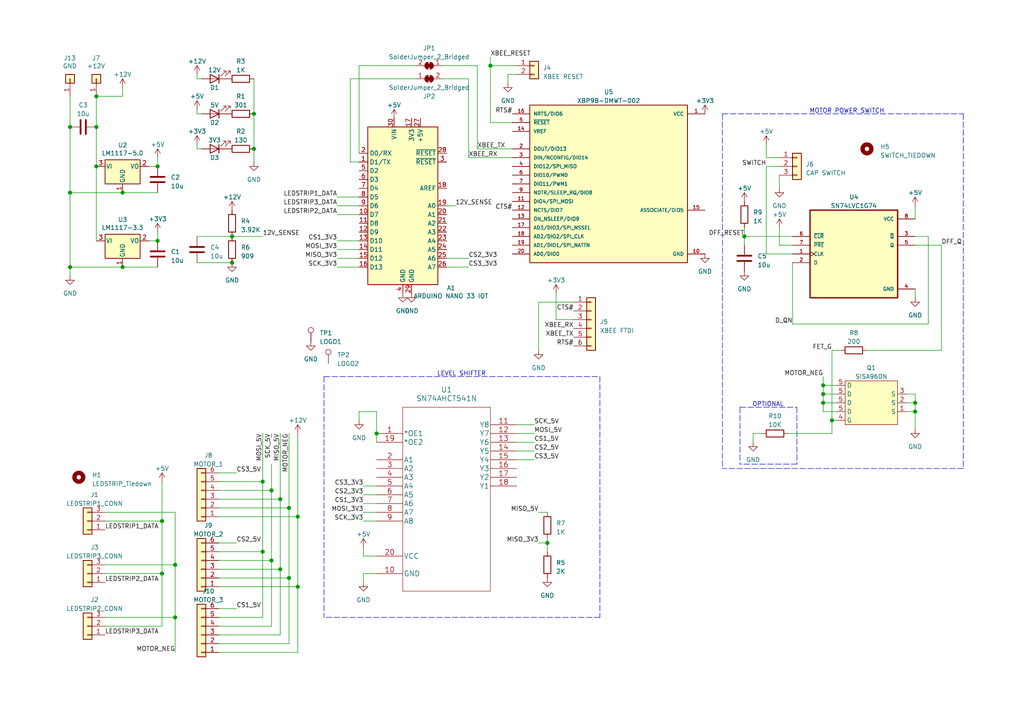
<source format=kicad_sch>
(kicad_sch (version 20210406) (generator eeschema)
  (paper "A4")
  (lib_symbols
    (symbol "Connector:TestPoint" (pin_numbers hide) (pin_names (offset 0.762) hide)
      (property "Reference" "TP" (at 0 6.858 0))
      (property "Value" "TestPoint" (at 0 5.08 0))
      (symbol "TestPoint_0_1"
        (circle (center 0 3.302) (radius 0.762))
      )
      (symbol "TestPoint_1_1"
        (pin passive line (at 0 0 90) (length 2.54) (name "1") (number "1"))
      )
    )
    (symbol "Connector_Generic:Conn_01x01" (pin_names (offset 1.016) hide)
      (property "Reference" "J" (at 0 2.54 0))
      (property "Value" "Conn_01x01" (at 0 -2.54 0))
      (symbol "Conn_01x01_1_1"
        (rectangle (start -1.27 0.127) (end 0 -0.127) (stroke (width 0.1524)))
        (rectangle (start -1.27 1.27) (end 1.27 -1.27) (stroke (width 0.254)) (fill (type background)))
        (pin passive line (at -5.08 0 0) (length 3.81) (name "Pin_1") (number "1"))
      )
    )
    (symbol "Connector_Generic:Conn_01x02" (pin_names (offset 1.016) hide)
      (property "Reference" "J" (at 0 2.54 0))
      (property "Value" "Conn_01x02" (at 0 -5.08 0))
      (symbol "Conn_01x02_1_1"
        (rectangle (start -1.27 -2.413) (end 0 -2.667) (stroke (width 0.1524)))
        (rectangle (start -1.27 0.127) (end 0 -0.127) (stroke (width 0.1524)))
        (rectangle (start -1.27 1.27) (end 1.27 -3.81) (stroke (width 0.254)) (fill (type background)))
        (pin passive line (at -5.08 0 0) (length 3.81) (name "Pin_1") (number "1"))
        (pin passive line (at -5.08 -2.54 0) (length 3.81) (name "Pin_2") (number "2"))
      )
    )
    (symbol "Connector_Generic:Conn_01x03" (pin_names (offset 1.016) hide)
      (property "Reference" "J" (at 0 5.08 0))
      (property "Value" "Conn_01x03" (at 0 -5.08 0))
      (symbol "Conn_01x03_1_1"
        (rectangle (start -1.27 -2.413) (end 0 -2.667) (stroke (width 0.1524)))
        (rectangle (start -1.27 0.127) (end 0 -0.127) (stroke (width 0.1524)))
        (rectangle (start -1.27 2.667) (end 0 2.413) (stroke (width 0.1524)))
        (rectangle (start -1.27 3.81) (end 1.27 -3.81) (stroke (width 0.254)) (fill (type background)))
        (pin passive line (at -5.08 2.54 0) (length 3.81) (name "Pin_1") (number "1"))
        (pin passive line (at -5.08 0 0) (length 3.81) (name "Pin_2") (number "2"))
        (pin passive line (at -5.08 -2.54 0) (length 3.81) (name "Pin_3") (number "3"))
      )
    )
    (symbol "Connector_Generic:Conn_01x06" (pin_names (offset 1.016) hide)
      (property "Reference" "J" (at 0 7.62 0))
      (property "Value" "Conn_01x06" (at 0 -10.16 0))
      (symbol "Conn_01x06_1_1"
        (rectangle (start -1.27 -7.493) (end 0 -7.747) (stroke (width 0.1524)))
        (rectangle (start -1.27 -4.953) (end 0 -5.207) (stroke (width 0.1524)))
        (rectangle (start -1.27 -2.413) (end 0 -2.667) (stroke (width 0.1524)))
        (rectangle (start -1.27 0.127) (end 0 -0.127) (stroke (width 0.1524)))
        (rectangle (start -1.27 2.667) (end 0 2.413) (stroke (width 0.1524)))
        (rectangle (start -1.27 5.207) (end 0 4.953) (stroke (width 0.1524)))
        (rectangle (start -1.27 6.35) (end 1.27 -8.89) (stroke (width 0.254)) (fill (type background)))
        (pin passive line (at -5.08 5.08 0) (length 3.81) (name "Pin_1") (number "1"))
        (pin passive line (at -5.08 2.54 0) (length 3.81) (name "Pin_2") (number "2"))
        (pin passive line (at -5.08 0 0) (length 3.81) (name "Pin_3") (number "3"))
        (pin passive line (at -5.08 -2.54 0) (length 3.81) (name "Pin_4") (number "4"))
        (pin passive line (at -5.08 -5.08 0) (length 3.81) (name "Pin_5") (number "5"))
        (pin passive line (at -5.08 -7.62 0) (length 3.81) (name "Pin_6") (number "6"))
      )
    )
    (symbol "Device:C" (pin_numbers hide) (pin_names (offset 0.254))
      (property "Reference" "C" (at 0.635 2.54 0))
      (property "Value" "C" (at 0.635 -2.54 0))
      (symbol "C_0_1"
        (polyline (pts (xy -2.032 -0.762) (xy 2.032 -0.762)) (stroke (width 0.508)))
        (polyline (pts (xy -2.032 0.762) (xy 2.032 0.762)) (stroke (width 0.508)))
      )
      (symbol "C_1_1"
        (pin passive line (at 0 3.81 270) (length 2.794) (name "~") (number "1"))
        (pin passive line (at 0 -3.81 90) (length 2.794) (name "~") (number "2"))
      )
    )
    (symbol "Device:LED" (pin_numbers hide) (pin_names (offset 1.016) hide)
      (property "Reference" "D" (at 0 2.54 0))
      (property "Value" "LED" (at 0 -2.54 0))
      (symbol "LED_0_1"
        (polyline (pts (xy -1.27 -1.27) (xy -1.27 1.27)) (stroke (width 0.254)))
        (polyline (pts (xy -1.27 0) (xy 1.27 0)))
        (polyline (pts (xy 1.27 -1.27) (xy 1.27 1.27) (xy -1.27 0) (xy 1.27 -1.27)) (stroke (width 0.254)))
        (polyline (pts (xy -3.048 -0.762) (xy -4.572 -2.286) (xy -3.81 -2.286) (xy -4.572 -2.286) (xy -4.572 -1.524)))
        (polyline (pts (xy -1.778 -0.762) (xy -3.302 -2.286) (xy -2.54 -2.286) (xy -3.302 -2.286) (xy -3.302 -1.524)))
      )
      (symbol "LED_1_1"
        (pin passive line (at -3.81 0 0) (length 2.54) (name "K") (number "1"))
        (pin passive line (at 3.81 0 180) (length 2.54) (name "A") (number "2"))
      )
    )
    (symbol "Device:R" (pin_numbers hide) (pin_names (offset 0))
      (property "Reference" "R" (at 2.032 0 90))
      (property "Value" "R" (at 0 0 90))
      (symbol "R_0_1"
        (rectangle (start -1.016 -2.54) (end 1.016 2.54) (stroke (width 0.254)))
      )
      (symbol "R_1_1"
        (pin passive line (at 0 3.81 270) (length 1.27) (name "~") (number "1"))
        (pin passive line (at 0 -3.81 90) (length 1.27) (name "~") (number "2"))
      )
    )
    (symbol "Jumper:SolderJumper_2_Bridged" (pin_names (offset 0) hide)
      (property "Reference" "JP" (at 0 2.032 0))
      (property "Value" "SolderJumper_2_Bridged" (at 0 -2.54 0))
      (symbol "SolderJumper_2_Bridged_0_1"
        (arc (start -0.254 1.016) (end -0.254 -1.016) (radius (at -0.254 0) (length 1.016) (angles 90.1 -90.1)))
        (arc (start 0.254 -1.016) (end 0.254 1.016) (radius (at 0.254 0) (length 1.016) (angles -89.9 89.9)))
        (arc (start -0.254 1.016) (end -0.254 -1.016) (radius (at -0.254 0) (length 1.016) (angles 90.1 -90.1)) (fill (type outline)))
        (arc (start 0.254 -1.016) (end 0.254 1.016) (radius (at 0.254 0) (length 1.016) (angles -89.9 89.9)) (fill (type outline)))
        (rectangle (start -0.508 0.508) (end 0.508 -0.508) (fill (type outline)))
        (polyline (pts (xy -0.254 1.016) (xy -0.254 -1.016)))
        (polyline (pts (xy 0.254 1.016) (xy 0.254 -1.016)))
      )
      (symbol "SolderJumper_2_Bridged_1_1"
        (pin passive line (at -3.81 0 0) (length 2.54) (name "A") (number "1"))
        (pin passive line (at 3.81 0 180) (length 2.54) (name "B") (number "2"))
      )
    )
    (symbol "MCU_Module:Arduino_Nano_v3.x"
      (property "Reference" "A" (at -10.16 23.495 0))
      (property "Value" "Arduino_Nano_v3.x" (at 5.08 -24.13 0))
      (symbol "Arduino_Nano_v3.x_0_1"
        (rectangle (start -10.16 22.86) (end 10.16 -22.86) (stroke (width 0.254)) (fill (type background)))
      )
      (symbol "Arduino_Nano_v3.x_1_1"
        (pin bidirectional line (at -12.7 12.7 0) (length 2.54) (name "D1/TX") (number "1"))
        (pin bidirectional line (at -12.7 -2.54 0) (length 2.54) (name "D7") (number "10"))
        (pin bidirectional line (at -12.7 -5.08 0) (length 2.54) (name "D8") (number "11"))
        (pin bidirectional line (at -12.7 -7.62 0) (length 2.54) (name "D9") (number "12"))
        (pin bidirectional line (at -12.7 -10.16 0) (length 2.54) (name "D10") (number "13"))
        (pin bidirectional line (at -12.7 -12.7 0) (length 2.54) (name "D11") (number "14"))
        (pin bidirectional line (at -12.7 -15.24 0) (length 2.54) (name "D12") (number "15"))
        (pin bidirectional line (at -12.7 -17.78 0) (length 2.54) (name "D13") (number "16"))
        (pin power_out line (at 2.54 25.4 270) (length 2.54) (name "3V3") (number "17"))
        (pin input line (at 12.7 5.08 180) (length 2.54) (name "AREF") (number "18"))
        (pin bidirectional line (at 12.7 0 180) (length 2.54) (name "A0") (number "19"))
        (pin bidirectional line (at -12.7 15.24 0) (length 2.54) (name "D0/RX") (number "2"))
        (pin bidirectional line (at 12.7 -2.54 180) (length 2.54) (name "A1") (number "20"))
        (pin bidirectional line (at 12.7 -5.08 180) (length 2.54) (name "A2") (number "21"))
        (pin bidirectional line (at 12.7 -7.62 180) (length 2.54) (name "A3") (number "22"))
        (pin bidirectional line (at 12.7 -10.16 180) (length 2.54) (name "A4") (number "23"))
        (pin bidirectional line (at 12.7 -12.7 180) (length 2.54) (name "A5") (number "24"))
        (pin bidirectional line (at 12.7 -15.24 180) (length 2.54) (name "A6") (number "25"))
        (pin bidirectional line (at 12.7 -17.78 180) (length 2.54) (name "A7") (number "26"))
        (pin power_out line (at 5.08 25.4 270) (length 2.54) (name "+5V") (number "27"))
        (pin input line (at 12.7 15.24 180) (length 2.54) (name "~RESET") (number "28"))
        (pin power_in line (at 2.54 -25.4 90) (length 2.54) (name "GND") (number "29"))
        (pin input line (at 12.7 12.7 180) (length 2.54) (name "~RESET") (number "3"))
        (pin power_in line (at -2.54 25.4 270) (length 2.54) (name "VIN") (number "30"))
        (pin power_in line (at 0 -25.4 90) (length 2.54) (name "GND") (number "4"))
        (pin bidirectional line (at -12.7 10.16 0) (length 2.54) (name "D2") (number "5"))
        (pin bidirectional line (at -12.7 7.62 0) (length 2.54) (name "D3") (number "6"))
        (pin bidirectional line (at -12.7 5.08 0) (length 2.54) (name "D4") (number "7"))
        (pin bidirectional line (at -12.7 2.54 0) (length 2.54) (name "D5") (number "8"))
        (pin bidirectional line (at -12.7 0 0) (length 2.54) (name "D6") (number "9"))
      )
    )
    (symbol "Mechanical:MountingHole" (pin_names (offset 1.016))
      (property "Reference" "H" (at 0 5.08 0))
      (property "Value" "MountingHole" (at 0 3.175 0))
      (symbol "MountingHole_0_1"
        (circle (center 0 0) (radius 1.27) (stroke (width 1.27)))
      )
    )
    (symbol "Regulator_Linear:LM1117-3.3" (pin_names (offset 0.254))
      (property "Reference" "U" (at -3.81 3.175 0))
      (property "Value" "LM1117-3.3" (at 0 3.175 0))
      (symbol "LM1117-3.3_0_1"
        (rectangle (start -5.08 -5.08) (end 5.08 1.905) (stroke (width 0.254)) (fill (type background)))
      )
      (symbol "LM1117-3.3_1_1"
        (pin power_in line (at 0 -7.62 90) (length 2.54) (name "GND") (number "1"))
        (pin power_out line (at 7.62 0 180) (length 2.54) (name "VO") (number "2"))
        (pin power_in line (at -7.62 0 0) (length 2.54) (name "VI") (number "3"))
      )
    )
    (symbol "Regulator_Linear:LM1117-5.0" (pin_names (offset 0.254))
      (property "Reference" "U" (at -3.81 3.175 0))
      (property "Value" "LM1117-5.0" (at 0 3.175 0))
      (symbol "LM1117-5.0_0_1"
        (rectangle (start -5.08 -5.08) (end 5.08 1.905) (stroke (width 0.254)) (fill (type background)))
      )
      (symbol "LM1117-5.0_1_1"
        (pin power_in line (at 0 -7.62 90) (length 2.54) (name "GND") (number "1"))
        (pin power_out line (at 7.62 0 180) (length 2.54) (name "VO") (number "2"))
        (pin power_in line (at -7.62 0 0) (length 2.54) (name "VI") (number "3"))
      )
    )
    (symbol "SN74AHCT541N:SN74AHCT541N" (pin_names (offset 0.254))
      (property "Reference" "U" (at 20.32 12.7 0))
      (property "Value" "SN74AHCT541N" (at 20.32 10.16 0))
      (symbol "SN74AHCT541N_1_1"
        (polyline (pts (xy 7.62 -45.72) (xy 33.02 -45.72)) (stroke (width 0.127)))
        (polyline (pts (xy 7.62 7.62) (xy 7.62 -45.72)) (stroke (width 0.127)))
        (polyline (pts (xy 33.02 -45.72) (xy 33.02 7.62)) (stroke (width 0.127)))
        (polyline (pts (xy 33.02 7.62) (xy 7.62 7.62)) (stroke (width 0.127)))
        (pin input line (at 0 0 0) (length 7.62) (name "*OE1") (number "1"))
        (pin power_in line (at 0 -40.64 0) (length 7.62) (name "GND") (number "10"))
        (pin output line (at 40.64 2.54 180) (length 7.62) (name "Y8") (number "11"))
        (pin output line (at 40.64 0 180) (length 7.62) (name "Y7") (number "12"))
        (pin output line (at 40.64 -2.54 180) (length 7.62) (name "Y6") (number "13"))
        (pin output line (at 40.64 -5.08 180) (length 7.62) (name "Y5") (number "14"))
        (pin output line (at 40.64 -7.62 180) (length 7.62) (name "Y4") (number "15"))
        (pin output line (at 40.64 -10.16 180) (length 7.62) (name "Y3") (number "16"))
        (pin output line (at 40.64 -12.7 180) (length 7.62) (name "Y2") (number "17"))
        (pin output line (at 40.64 -15.24 180) (length 7.62) (name "Y1") (number "18"))
        (pin input line (at 0 -2.54 0) (length 7.62) (name "*OE2") (number "19"))
        (pin input line (at 0 -7.62 0) (length 7.62) (name "A1") (number "2"))
        (pin power_in line (at 0 -35.56 0) (length 7.62) (name "VCC") (number "20"))
        (pin input line (at 0 -10.16 0) (length 7.62) (name "A2") (number "3"))
        (pin input line (at 0 -12.7 0) (length 7.62) (name "A3") (number "4"))
        (pin input line (at 0 -15.24 0) (length 7.62) (name "A4") (number "5"))
        (pin input line (at 0 -17.78 0) (length 7.62) (name "A5") (number "6"))
        (pin input line (at 0 -20.32 0) (length 7.62) (name "A6") (number "7"))
        (pin input line (at 0 -22.86 0) (length 7.62) (name "A7") (number "8"))
        (pin input line (at 0 -25.4 0) (length 7.62) (name "A8") (number "9"))
      )
    )
    (symbol "SN74LVC1G74DCUR:SN74LVC1G74DCUR" (pin_names (offset 1.016))
      (property "Reference" "U" (at -12.7 13.6906 0))
      (property "Value" "SN74LVC1G74DCUR" (at -12.7 -16.6878 0))
      (symbol "SN74LVC1G74DCUR_0_0"
        (rectangle (start -12.7 -12.7) (end 12.7 12.7) (stroke (width 0.4064)) (fill (type background)))
        (pin input clock (at -17.78 0 0) (length 5.08) (name "CLK") (number "1"))
        (pin input line (at -17.78 -2.54 0) (length 5.08) (name "D") (number "2"))
        (pin output line (at 17.78 5.08 180) (length 5.08) (name "~Q") (number "3"))
        (pin power_in line (at 17.78 -10.16 180) (length 5.08) (name "GND") (number "4"))
        (pin output line (at 17.78 2.54 180) (length 5.08) (name "Q") (number "5"))
        (pin input line (at -17.78 5.08 0) (length 5.08) (name "~CLR") (number "6"))
        (pin input line (at -17.78 2.54 0) (length 5.08) (name "~PRE") (number "7"))
        (pin power_in line (at 17.78 10.16 180) (length 5.08) (name "VCC") (number "8"))
      )
    )
    (symbol "XBee_PRO900HP_S3B:XBP9B-DMWT-002" (pin_names (offset 1.016))
      (property "Reference" "U" (at -22.9362 25.4762 0))
      (property "Value" "XBP9B-DMWT-002" (at -22.9108 -25.4508 0))
      (symbol "XBP9B-DMWT-002_0_0"
        (rectangle (start -22.86 -22.86) (end 22.86 22.86) (stroke (width 0.254)) (fill (type background)))
        (pin power_in line (at 27.94 20.32 180) (length 5.08) (name "VCC") (number "1"))
        (pin power_in line (at 27.94 -20.32 180) (length 5.08) (name "GND") (number "10"))
        (pin bidirectional line (at -27.94 -5.08 0) (length 5.08) (name "DIO4/SPI_MOSI") (number "11"))
        (pin bidirectional line (at -27.94 -7.62 0) (length 5.08) (name "NCTS/DIO7") (number "12"))
        (pin bidirectional line (at -27.94 -10.16 0) (length 5.08) (name "ON_NSLEEP/DIO9") (number "13"))
        (pin input line (at -27.94 15.24 0) (length 5.08) (name "VREF") (number "14"))
        (pin output line (at 27.94 -7.62 180) (length 5.08) (name "ASSOCIATE/DIO5") (number "15"))
        (pin input line (at -27.94 20.32 0) (length 5.08) (name "NRTS/DIO6") (number "16"))
        (pin bidirectional line (at -27.94 -12.7 0) (length 5.08) (name "AD3/DIO3/SPI_NSSEL") (number "17"))
        (pin bidirectional line (at -27.94 -15.24 0) (length 5.08) (name "AD2/DIO2/SPI_CLK") (number "18"))
        (pin bidirectional line (at -27.94 -17.78 0) (length 5.08) (name "AD1/DIO1/SPI_NATTN") (number "19"))
        (pin bidirectional line (at -27.94 10.16 0) (length 5.08) (name "DOUT/DIO13") (number "2"))
        (pin bidirectional line (at -27.94 -20.32 0) (length 5.08) (name "AD0/DIO0") (number "20"))
        (pin bidirectional line (at -27.94 7.62 0) (length 5.08) (name "DIN/NCONFIG/DIO14") (number "3"))
        (pin bidirectional line (at -27.94 5.08 0) (length 5.08) (name "DIO12/SPI_MISO") (number "4"))
        (pin input line (at -27.94 17.78 0) (length 5.08) (name "~RESET") (number "5"))
        (pin bidirectional line (at -27.94 2.54 0) (length 5.08) (name "DIO10/PWM0") (number "6"))
        (pin bidirectional line (at -27.94 0 0) (length 5.08) (name "DIO11/PWM1") (number "7"))
        (pin bidirectional line (at -27.94 -2.54 0) (length 5.08) (name "NDTR/SLEEP_RQ/DIO8") (number "9"))
      )
    )
    (symbol "power:+12V" (power) (pin_names (offset 0))
      (property "Value" "+12V" (at 0 3.556 0))
      (symbol "+12V_0_1"
        (polyline (pts (xy -0.762 1.27) (xy 0 2.54)))
        (polyline (pts (xy 0 0) (xy 0 2.54)))
        (polyline (pts (xy 0 2.54) (xy 0.762 1.27)))
      )
      (symbol "+12V_1_1"
        (pin power_in line (at 0 0 90) (length 0) hide (name "+12V") (number "1"))
      )
    )
    (symbol "power:+3.3V" (power) (pin_names (offset 0))
      (property "Value" "+3.3V" (at 0 3.556 0))
      (symbol "+3.3V_0_1"
        (polyline (pts (xy -0.762 1.27) (xy 0 2.54)))
        (polyline (pts (xy 0 0) (xy 0 2.54)))
        (polyline (pts (xy 0 2.54) (xy 0.762 1.27)))
      )
      (symbol "+3.3V_1_1"
        (pin power_in line (at 0 0 90) (length 0) hide (name "+3V3") (number "1"))
      )
    )
    (symbol "power:+5V" (power) (pin_names (offset 0))
      (property "Value" "+5V" (at 0 3.556 0))
      (symbol "+5V_0_1"
        (polyline (pts (xy -0.762 1.27) (xy 0 2.54)))
        (polyline (pts (xy 0 0) (xy 0 2.54)))
        (polyline (pts (xy 0 2.54) (xy 0.762 1.27)))
      )
      (symbol "+5V_1_1"
        (pin power_in line (at 0 0 90) (length 0) hide (name "+5V") (number "1"))
      )
    )
    (symbol "power:GND" (power) (pin_names (offset 0))
      (property "Value" "GND" (at 0 -3.81 0))
      (symbol "GND_0_1"
        (polyline (pts (xy 0 0) (xy 0 -1.27) (xy 1.27 -1.27) (xy 0 -2.54) (xy -1.27 -1.27) (xy 0 -1.27)))
      )
      (symbol "GND_1_1"
        (pin power_in line (at 0 0 270) (length 0) hide (name "GND") (number "1"))
      )
    )
    (symbol "spinnybot:SISA96DN"
      (property "Reference" "Q" (at 0 1.27 0))
      (property "Value" "SISA96DN" (at 0 -1.27 0))
      (symbol "SISA96DN_0_1"
        (rectangle (start -7.62 6.35) (end 7.62 -6.35) (stroke (width 0.1524)) (fill (type background)))
      )
      (symbol "SISA96DN_1_1"
        (pin output line (at 10.16 -2.54 180) (length 2.54) (name "S") (number "1"))
        (pin output line (at 10.16 0 180) (length 2.54) (name "S") (number "2"))
        (pin output line (at 10.16 2.54 180) (length 2.54) (name "S") (number "3"))
        (pin input line (at -10.16 -5.08 0) (length 2.54) (name "G") (number "4"))
        (pin input line (at -10.16 -2.54 0) (length 2.54) (name "D") (number "5"))
        (pin input line (at -10.16 0 0) (length 2.54) (name "D") (number "5"))
        (pin input line (at -10.16 2.54 0) (length 2.54) (name "D") (number "5"))
        (pin input line (at -10.16 5.08 0) (length 2.54) (name "D") (number "5"))
      )
    )
  )
  (junction (at 20.32 36.83) (diameter 1.016))
  (junction (at 20.32 55.88) (diameter 1.016))
  (junction (at 20.32 77.47) (diameter 1.016))
  (junction (at 27.94 27.94) (diameter 1.016))
  (junction (at 27.94 36.83) (diameter 1.016))
  (junction (at 27.94 48.26) (diameter 1.016))
  (junction (at 35.56 55.88) (diameter 1.016))
  (junction (at 35.56 77.47) (diameter 1.016))
  (junction (at 45.72 48.26) (diameter 1.016))
  (junction (at 45.72 69.85) (diameter 1.016))
  (junction (at 46.99 151.13) (diameter 1.016))
  (junction (at 46.99 166.37) (diameter 1.016))
  (junction (at 50.8 163.83) (diameter 1.016))
  (junction (at 50.8 179.07) (diameter 1.016))
  (junction (at 67.31 68.58) (diameter 1.016))
  (junction (at 67.31 76.2) (diameter 1.016))
  (junction (at 73.66 33.02) (diameter 1.016))
  (junction (at 73.66 43.18) (diameter 1.016))
  (junction (at 76.2 139.7) (diameter 1.016))
  (junction (at 76.2 160.02) (diameter 1.016))
  (junction (at 78.74 142.24) (diameter 1.016))
  (junction (at 78.74 162.56) (diameter 1.016))
  (junction (at 81.28 144.78) (diameter 1.016))
  (junction (at 81.28 165.1) (diameter 1.016))
  (junction (at 83.82 147.32) (diameter 1.016))
  (junction (at 83.82 167.64) (diameter 1.016))
  (junction (at 86.36 149.86) (diameter 1.016))
  (junction (at 86.36 170.18) (diameter 1.016))
  (junction (at 109.22 125.73) (diameter 1.016))
  (junction (at 142.24 19.05) (diameter 1.016))
  (junction (at 158.75 157.48) (diameter 1.016))
  (junction (at 215.9 68.58) (diameter 1.016))
  (junction (at 238.76 111.76) (diameter 1.016))
  (junction (at 238.76 114.3) (diameter 1.016))
  (junction (at 238.76 116.84) (diameter 1.016))
  (junction (at 241.3 121.92) (diameter 1.016))
  (junction (at 265.43 116.84) (diameter 1.016))
  (junction (at 265.43 119.38) (diameter 1.016))
  (wire (pts (xy 20.32 27.94) (xy 20.32 36.83)))
  (wire (pts (xy 20.32 36.83) (xy 20.32 55.88)))
  (wire (pts (xy 20.32 55.88) (xy 20.32 77.47)))
  (wire (pts (xy 20.32 55.88) (xy 35.56 55.88)))
  (wire (pts (xy 20.32 77.47) (xy 35.56 77.47)))
  (wire (pts (xy 20.32 80.01) (xy 20.32 77.47)))
  (wire (pts (xy 27.94 27.94) (xy 27.94 36.83)))
  (wire (pts (xy 27.94 27.94) (xy 35.56 27.94)))
  (wire (pts (xy 27.94 36.83) (xy 27.94 48.26)))
  (wire (pts (xy 27.94 48.26) (xy 27.94 69.85)))
  (wire (pts (xy 30.48 151.13) (xy 46.99 151.13)))
  (wire (pts (xy 30.48 181.61) (xy 46.99 181.61)))
  (wire (pts (xy 35.56 27.94) (xy 35.56 25.4)))
  (wire (pts (xy 35.56 55.88) (xy 45.72 55.88)))
  (wire (pts (xy 35.56 77.47) (xy 45.72 77.47)))
  (wire (pts (xy 43.18 48.26) (xy 45.72 48.26)))
  (wire (pts (xy 43.18 69.85) (xy 45.72 69.85)))
  (wire (pts (xy 45.72 48.26) (xy 45.72 45.72)))
  (wire (pts (xy 45.72 69.85) (xy 45.72 67.31)))
  (wire (pts (xy 46.99 139.7) (xy 46.99 151.13)))
  (wire (pts (xy 46.99 151.13) (xy 46.99 166.37)))
  (wire (pts (xy 46.99 166.37) (xy 30.48 166.37)))
  (wire (pts (xy 46.99 166.37) (xy 46.99 181.61)))
  (wire (pts (xy 50.8 148.59) (xy 30.48 148.59)))
  (wire (pts (xy 50.8 163.83) (xy 30.48 163.83)))
  (wire (pts (xy 50.8 163.83) (xy 50.8 148.59)))
  (wire (pts (xy 50.8 179.07) (xy 30.48 179.07)))
  (wire (pts (xy 50.8 179.07) (xy 50.8 163.83)))
  (wire (pts (xy 50.8 189.23) (xy 50.8 179.07)))
  (wire (pts (xy 57.15 21.59) (xy 57.15 22.86)))
  (wire (pts (xy 57.15 22.86) (xy 58.42 22.86)))
  (wire (pts (xy 57.15 31.75) (xy 57.15 33.02)))
  (wire (pts (xy 57.15 33.02) (xy 58.42 33.02)))
  (wire (pts (xy 57.15 41.91) (xy 57.15 43.18)))
  (wire (pts (xy 57.15 43.18) (xy 58.42 43.18)))
  (wire (pts (xy 57.15 68.58) (xy 67.31 68.58)))
  (wire (pts (xy 57.15 76.2) (xy 67.31 76.2)))
  (wire (pts (xy 63.5 137.16) (xy 68.58 137.16)))
  (wire (pts (xy 63.5 157.48) (xy 68.58 157.48)))
  (wire (pts (xy 63.5 176.53) (xy 68.58 176.53)))
  (wire (pts (xy 67.31 68.58) (xy 76.2 68.58)))
  (wire (pts (xy 73.66 22.86) (xy 73.66 33.02)))
  (wire (pts (xy 73.66 33.02) (xy 73.66 43.18)))
  (wire (pts (xy 73.66 43.18) (xy 73.66 46.99)))
  (wire (pts (xy 76.2 125.73) (xy 76.2 139.7)))
  (wire (pts (xy 76.2 139.7) (xy 63.5 139.7)))
  (wire (pts (xy 76.2 139.7) (xy 76.2 160.02)))
  (wire (pts (xy 76.2 160.02) (xy 63.5 160.02)))
  (wire (pts (xy 76.2 160.02) (xy 76.2 179.07)))
  (wire (pts (xy 76.2 179.07) (xy 63.5 179.07)))
  (wire (pts (xy 78.74 125.73) (xy 78.74 127)))
  (wire (pts (xy 78.74 134.62) (xy 78.74 142.24)))
  (wire (pts (xy 78.74 142.24) (xy 63.5 142.24)))
  (wire (pts (xy 78.74 142.24) (xy 78.74 162.56)))
  (wire (pts (xy 78.74 162.56) (xy 63.5 162.56)))
  (wire (pts (xy 78.74 162.56) (xy 78.74 181.61)))
  (wire (pts (xy 78.74 181.61) (xy 63.5 181.61)))
  (wire (pts (xy 81.28 125.73) (xy 81.28 144.78)))
  (wire (pts (xy 81.28 144.78) (xy 63.5 144.78)))
  (wire (pts (xy 81.28 144.78) (xy 81.28 165.1)))
  (wire (pts (xy 81.28 165.1) (xy 63.5 165.1)))
  (wire (pts (xy 81.28 165.1) (xy 81.28 184.15)))
  (wire (pts (xy 81.28 184.15) (xy 63.5 184.15)))
  (wire (pts (xy 83.82 125.73) (xy 83.82 147.32)))
  (wire (pts (xy 83.82 147.32) (xy 63.5 147.32)))
  (wire (pts (xy 83.82 147.32) (xy 83.82 167.64)))
  (wire (pts (xy 83.82 167.64) (xy 63.5 167.64)))
  (wire (pts (xy 83.82 167.64) (xy 83.82 186.69)))
  (wire (pts (xy 83.82 186.69) (xy 63.5 186.69)))
  (wire (pts (xy 86.36 125.73) (xy 86.36 149.86)))
  (wire (pts (xy 86.36 149.86) (xy 63.5 149.86)))
  (wire (pts (xy 86.36 149.86) (xy 86.36 170.18)))
  (wire (pts (xy 86.36 170.18) (xy 63.5 170.18)))
  (wire (pts (xy 86.36 170.18) (xy 86.36 189.23)))
  (wire (pts (xy 86.36 189.23) (xy 63.5 189.23)))
  (wire (pts (xy 97.79 57.15) (xy 104.14 57.15)))
  (wire (pts (xy 97.79 59.69) (xy 104.14 59.69)))
  (wire (pts (xy 97.79 62.23) (xy 104.14 62.23)))
  (wire (pts (xy 97.79 69.85) (xy 104.14 69.85)))
  (wire (pts (xy 97.79 72.39) (xy 104.14 72.39)))
  (wire (pts (xy 97.79 74.93) (xy 104.14 74.93)))
  (wire (pts (xy 97.79 77.47) (xy 104.14 77.47)))
  (wire (pts (xy 101.6 22.86) (xy 120.65 22.86)))
  (wire (pts (xy 101.6 46.99) (xy 101.6 22.86)))
  (wire (pts (xy 104.14 19.05) (xy 104.14 44.45)))
  (wire (pts (xy 104.14 19.05) (xy 120.65 19.05)))
  (wire (pts (xy 104.14 46.99) (xy 101.6 46.99)))
  (wire (pts (xy 104.14 119.38) (xy 104.14 121.92)))
  (wire (pts (xy 105.41 140.97) (xy 109.22 140.97)))
  (wire (pts (xy 105.41 143.51) (xy 109.22 143.51)))
  (wire (pts (xy 105.41 146.05) (xy 109.22 146.05)))
  (wire (pts (xy 105.41 148.59) (xy 109.22 148.59)))
  (wire (pts (xy 105.41 151.13) (xy 109.22 151.13)))
  (wire (pts (xy 105.41 158.75) (xy 105.41 161.29)))
  (wire (pts (xy 105.41 166.37) (xy 105.41 168.91)))
  (wire (pts (xy 109.22 119.38) (xy 104.14 119.38)))
  (wire (pts (xy 109.22 119.38) (xy 109.22 125.73)))
  (wire (pts (xy 109.22 125.73) (xy 109.22 128.27)))
  (wire (pts (xy 109.22 161.29) (xy 105.41 161.29)))
  (wire (pts (xy 109.22 166.37) (xy 105.41 166.37)))
  (wire (pts (xy 128.27 19.05) (xy 138.43 19.05)))
  (wire (pts (xy 128.27 22.86) (xy 135.89 22.86)))
  (wire (pts (xy 129.54 59.69) (xy 132.08 59.69)))
  (wire (pts (xy 135.89 22.86) (xy 135.89 45.72)))
  (wire (pts (xy 135.89 45.72) (xy 148.59 45.72)))
  (wire (pts (xy 135.89 74.93) (xy 129.54 74.93)))
  (wire (pts (xy 135.89 77.47) (xy 129.54 77.47)))
  (wire (pts (xy 138.43 19.05) (xy 138.43 43.18)))
  (wire (pts (xy 138.43 43.18) (xy 148.59 43.18)))
  (wire (pts (xy 142.24 16.51) (xy 142.24 19.05)))
  (wire (pts (xy 142.24 19.05) (xy 142.24 35.56)))
  (wire (pts (xy 142.24 19.05) (xy 149.86 19.05)))
  (wire (pts (xy 147.32 21.59) (xy 149.86 21.59)))
  (wire (pts (xy 147.32 24.13) (xy 147.32 21.59)))
  (wire (pts (xy 148.59 35.56) (xy 142.24 35.56)))
  (wire (pts (xy 149.86 123.19) (xy 154.94 123.19)))
  (wire (pts (xy 149.86 125.73) (xy 154.94 125.73)))
  (wire (pts (xy 149.86 128.27) (xy 154.94 128.27)))
  (wire (pts (xy 149.86 130.81) (xy 154.94 130.81)))
  (wire (pts (xy 149.86 133.35) (xy 154.94 133.35)))
  (wire (pts (xy 156.21 87.63) (xy 156.21 101.6)))
  (wire (pts (xy 156.21 148.59) (xy 158.75 148.59)))
  (wire (pts (xy 156.21 157.48) (xy 158.75 157.48)))
  (wire (pts (xy 158.75 156.21) (xy 158.75 157.48)))
  (wire (pts (xy 158.75 157.48) (xy 158.75 160.02)))
  (wire (pts (xy 161.29 85.09) (xy 161.29 92.71)))
  (wire (pts (xy 166.37 87.63) (xy 156.21 87.63)))
  (wire (pts (xy 166.37 92.71) (xy 161.29 92.71)))
  (wire (pts (xy 215.9 66.04) (xy 215.9 68.58)))
  (wire (pts (xy 215.9 68.58) (xy 215.9 71.12)))
  (wire (pts (xy 215.9 68.58) (xy 229.87 68.58)))
  (wire (pts (xy 218.44 125.73) (xy 218.44 128.27)))
  (wire (pts (xy 220.98 125.73) (xy 218.44 125.73)))
  (wire (pts (xy 222.25 41.91) (xy 222.25 45.72)))
  (wire (pts (xy 222.25 45.72) (xy 226.06 45.72)))
  (wire (pts (xy 222.25 48.26) (xy 222.25 73.66)))
  (wire (pts (xy 222.25 73.66) (xy 229.87 73.66)))
  (wire (pts (xy 226.06 48.26) (xy 222.25 48.26)))
  (wire (pts (xy 226.06 54.61) (xy 226.06 50.8)))
  (wire (pts (xy 226.06 66.04) (xy 226.06 71.12)))
  (wire (pts (xy 226.06 71.12) (xy 229.87 71.12)))
  (wire (pts (xy 228.6 125.73) (xy 241.3 125.73)))
  (wire (pts (xy 229.87 76.2) (xy 229.87 93.98)))
  (wire (pts (xy 229.87 93.98) (xy 269.24 93.98)))
  (wire (pts (xy 238.76 109.22) (xy 238.76 111.76)))
  (wire (pts (xy 238.76 111.76) (xy 238.76 114.3)))
  (wire (pts (xy 238.76 111.76) (xy 242.57 111.76)))
  (wire (pts (xy 238.76 114.3) (xy 238.76 116.84)))
  (wire (pts (xy 238.76 114.3) (xy 242.57 114.3)))
  (wire (pts (xy 238.76 116.84) (xy 238.76 119.38)))
  (wire (pts (xy 238.76 116.84) (xy 242.57 116.84)))
  (wire (pts (xy 238.76 119.38) (xy 242.57 119.38)))
  (wire (pts (xy 241.3 101.6) (xy 241.3 121.92)))
  (wire (pts (xy 241.3 121.92) (xy 241.3 125.73)))
  (wire (pts (xy 241.3 121.92) (xy 242.57 121.92)))
  (wire (pts (xy 243.84 101.6) (xy 241.3 101.6)))
  (wire (pts (xy 251.46 101.6) (xy 273.05 101.6)))
  (wire (pts (xy 262.89 114.3) (xy 265.43 114.3)))
  (wire (pts (xy 262.89 116.84) (xy 265.43 116.84)))
  (wire (pts (xy 262.89 119.38) (xy 265.43 119.38)))
  (wire (pts (xy 265.43 59.69) (xy 265.43 63.5)))
  (wire (pts (xy 265.43 71.12) (xy 273.05 71.12)))
  (wire (pts (xy 265.43 83.82) (xy 265.43 86.36)))
  (wire (pts (xy 265.43 116.84) (xy 265.43 114.3)))
  (wire (pts (xy 265.43 119.38) (xy 265.43 116.84)))
  (wire (pts (xy 265.43 124.46) (xy 265.43 119.38)))
  (wire (pts (xy 269.24 68.58) (xy 265.43 68.58)))
  (wire (pts (xy 269.24 93.98) (xy 269.24 68.58)))
  (wire (pts (xy 273.05 71.12) (xy 273.05 101.6)))
  (polyline (pts (xy 93.98 109.22) (xy 93.98 179.07)) (stroke (width 0) (type dash)))
  (polyline (pts (xy 93.98 109.22) (xy 173.99 109.22)) (stroke (width 0) (type dash)))
  (polyline (pts (xy 173.99 109.22) (xy 173.99 179.07)) (stroke (width 0) (type dash)))
  (polyline (pts (xy 173.99 179.07) (xy 93.98 179.07)) (stroke (width 0) (type dash)))
  (polyline (pts (xy 209.55 33.02) (xy 209.55 135.89)) (stroke (width 0) (type dash)))
  (polyline (pts (xy 209.55 33.02) (xy 279.4 33.02)) (stroke (width 0) (type dash)))
  (polyline (pts (xy 214.63 118.11) (xy 214.63 134.62)) (stroke (width 0) (type dash)))
  (polyline (pts (xy 214.63 118.11) (xy 231.14 118.11)) (stroke (width 0) (type dash)))
  (polyline (pts (xy 231.14 118.11) (xy 231.14 134.62)) (stroke (width 0) (type dash)))
  (polyline (pts (xy 231.14 134.62) (xy 214.63 134.62)) (stroke (width 0) (type dash)))
  (polyline (pts (xy 279.4 33.02) (xy 279.4 135.89)) (stroke (width 0) (type dash)))
  (polyline (pts (xy 279.4 135.89) (xy 209.55 135.89)) (stroke (width 0) (type dash)))
  (text "LEVEL SHIFTER" (at 140.97 109.22 180) (effects (font (size 1.27 1.27)) (justify right bottom)))
  (text "OPTIONAL" (at 227.33 118.11 180) (effects (font (size 1.27 1.27)) (justify right bottom)))
  (text "MOTOR POWER SWITCH" (at 256.54 33.02 180) (effects (font (size 1.27 1.27)) (justify right bottom)))
  (label "LEDSTRIP1_DATA" (at 30.48 153.67 0))
  (label "LEDSTRIP2_DATA" (at 30.48 168.91 0))
  (label "LEDSTRIP3_DATA" (at 30.48 184.15 0))
  (label "MOTOR_NEG" (at 50.8 189.23 180))
  (label "CS3_5V" (at 68.58 137.16 0))
  (label "CS2_5V" (at 68.58 157.48 0))
  (label "CS1_5V" (at 68.58 176.53 0))
  (label "12V_SENSE" (at 76.2 68.58 0))
  (label "MOSI_5V" (at 76.2 125.73 270))
  (label "SCK_5V" (at 78.74 125.73 270))
  (label "MISO_5V" (at 81.28 125.73 270))
  (label "MOTOR_NEG" (at 83.82 125.73 270))
  (label "LEDSTRIP1_DATA" (at 97.79 57.15 180))
  (label "LEDSTRIP3_DATA" (at 97.79 59.69 180))
  (label "LEDSTRIP2_DATA" (at 97.79 62.23 180))
  (label "CS1_3V3" (at 97.79 69.85 180))
  (label "MOSI_3V3" (at 97.79 72.39 180))
  (label "MISO_3V3" (at 97.79 74.93 180))
  (label "SCK_3V3" (at 97.79 77.47 180))
  (label "CS3_3V3" (at 105.41 140.97 180))
  (label "CS2_3V3" (at 105.41 143.51 180))
  (label "CS1_3V3" (at 105.41 146.05 180))
  (label "MOSI_3V3" (at 105.41 148.59 180))
  (label "SCK_3V3" (at 105.41 151.13 180))
  (label "12V_SENSE" (at 132.08 59.69 0))
  (label "XBEE_RX" (at 135.89 45.72 0))
  (label "CS2_3V3" (at 135.89 74.93 0))
  (label "CS3_3V3" (at 135.89 77.47 0))
  (label "XBEE_TX" (at 138.43 43.18 0))
  (label "XBEE_RESET" (at 142.24 16.51 0))
  (label "RTS#" (at 148.59 33.02 180))
  (label "CTS#" (at 148.59 60.96 180))
  (label "SCK_5V" (at 154.94 123.19 0))
  (label "MOSI_5V" (at 154.94 125.73 0))
  (label "CS1_5V" (at 154.94 128.27 0))
  (label "CS2_5V" (at 154.94 130.81 0))
  (label "CS3_5V" (at 154.94 133.35 0))
  (label "MISO_5V" (at 156.21 148.59 180))
  (label "MISO_3V3" (at 156.21 157.48 180))
  (label "CTS#" (at 166.37 90.17 180))
  (label "XBEE_RX" (at 166.37 95.25 180))
  (label "XBEE_TX" (at 166.37 97.79 180))
  (label "RTS#" (at 166.37 100.33 180))
  (label "DFF_RESET" (at 215.9 68.58 180))
  (label "SWITCH" (at 222.25 48.26 180))
  (label "D_QN" (at 229.87 93.98 180))
  (label "MOTOR_NEG" (at 238.76 109.22 180))
  (label "FET_G" (at 241.3 101.6 180))
  (label "DFF_Q" (at 273.05 71.12 0))
  (symbol (lib_id "power:+12V") (at 35.56 25.4 0) (unit 1)
    (property "Reference" "#PWR0110" (effects hide))
    (property "Value" "+12V" (at 35.56 21.59 0))
  )
  (symbol (lib_id "power:+5V") (at 45.72 45.72 0) (unit 1)
    (property "Reference" "#PWR0108" (effects hide))
    (property "Value" "+5V" (at 45.72 41.91 0))
  )
  (symbol (lib_id "power:+3.3V") (at 45.72 67.31 0) (unit 1)
    (property "Reference" "#PWR0113" (effects hide))
    (property "Value" "+3.3V" (at 45.72 63.5 0))
  )
  (symbol (lib_id "power:+5V") (at 46.99 139.7 0) (unit 1)
    (property "Reference" "#PWR0101" (effects hide))
    (property "Value" "+5V" (at 46.99 135.89 0))
  )
  (symbol (lib_id "power:+12V") (at 57.15 21.59 0) (unit 1)
    (property "Reference" "#PWR0114" (effects hide))
    (property "Value" "+12V" (at 57.15 17.78 0))
  )
  (symbol (lib_id "power:+5V") (at 57.15 31.75 0) (unit 1)
    (property "Reference" "#PWR0115" (effects hide))
    (property "Value" "+5V" (at 57.15 27.94 0))
  )
  (symbol (lib_id "power:+3.3V") (at 57.15 41.91 0) (unit 1)
    (property "Reference" "#PWR0116" (effects hide))
    (property "Value" "+3.3V" (at 57.15 38.1 0))
  )
  (symbol (lib_id "power:+12V") (at 67.31 60.96 0) (unit 1)
    (property "Reference" "#PWR0112" (effects hide))
    (property "Value" "+12V" (at 67.31 57.15 0))
  )
  (symbol (lib_id "power:+12V") (at 86.36 125.73 0) (unit 1)
    (property "Reference" "#PWR0133" (effects hide))
    (property "Value" "+12V" (at 86.36 121.92 0))
  )
  (symbol (lib_id "power:+5V") (at 105.41 158.75 0) (unit 1)
    (property "Reference" "#PWR0104" (effects hide))
    (property "Value" "+5V" (at 105.41 154.94 0))
  )
  (symbol (lib_id "power:+5V") (at 114.3 34.29 0) (unit 1)
    (property "Reference" "#PWR0107" (effects hide))
    (property "Value" "+5V" (at 114.3 30.48 0))
  )
  (symbol (lib_id "power:+3.3V") (at 161.29 85.09 0) (unit 1)
    (property "Reference" "#PWR0102" (effects hide))
    (property "Value" "+3.3V" (at 161.29 81.28 0))
  )
  (symbol (lib_id "power:+3.3V") (at 204.47 33.02 0) (unit 1)
    (property "Reference" "#PWR0121" (effects hide))
    (property "Value" "+3.3V" (at 204.47 29.21 0))
  )
  (symbol (lib_id "power:+5V") (at 215.9 58.42 0) (unit 1)
    (property "Reference" "#PWR0129" (effects hide))
    (property "Value" "+5V" (at 215.9 54.61 0))
  )
  (symbol (lib_id "power:+5V") (at 222.25 41.91 0) (unit 1)
    (property "Reference" "#PWR0123" (effects hide))
    (property "Value" "+5V" (at 222.25 38.1 0))
  )
  (symbol (lib_id "power:+5V") (at 226.06 66.04 0) (unit 1)
    (property "Reference" "#PWR0128" (effects hide))
    (property "Value" "+5V" (at 226.06 62.23 0))
  )
  (symbol (lib_id "power:+5V") (at 265.43 59.69 0) (unit 1)
    (property "Reference" "#PWR0125" (effects hide))
    (property "Value" "+5V" (at 265.43 55.88 0))
  )
  (symbol (lib_id "Connector:TestPoint") (at 90.17 99.06 0) (unit 1)
    (property "Reference" "TP1" (at 92.71 96.5834 0) (effects (justify left)))
    (property "Value" "LOGO1" (at 92.71 99.1234 0) (effects (justify left)))
    (property "Footprint" "robologo-shenzen:F.Mask_g1609" (effects hide))
  )
  (symbol (lib_id "Connector:TestPoint") (at 95.25 105.41 0) (unit 1)
    (property "Reference" "TP2" (at 97.79 102.9334 0) (effects (justify left)))
    (property "Value" "LOGO2" (at 97.79 105.4734 0) (effects (justify left)))
    (property "Footprint" "robologo-shenzen:F.SilkS_g1611" (effects hide))
  )
  (symbol (lib_id "power:GND") (at 20.32 80.01 0) (unit 1)
    (property "Reference" "#PWR0109" (effects hide))
    (property "Value" "GND" (at 20.32 85.09 0))
  )
  (symbol (lib_id "power:GND") (at 67.31 76.2 0) (unit 1)
    (property "Reference" "#PWR0111" (effects hide))
    (property "Value" "GND" (at 67.31 81.28 0))
  )
  (symbol (lib_id "power:GND") (at 73.66 46.99 0) (unit 1)
    (property "Reference" "#PWR0106" (effects hide))
    (property "Value" "GND" (at 73.66 52.07 0))
  )
  (symbol (lib_id "power:GND") (at 90.17 99.06 0) (unit 1)
    (property "Reference" "#PWR0132" (effects hide))
    (property "Value" "GND" (at 90.17 104.14 0))
  )
  (symbol (lib_id "power:GND") (at 104.14 121.92 0) (unit 1)
    (property "Reference" "#PWR0117" (effects hide))
    (property "Value" "GND" (at 104.14 127 0))
  )
  (symbol (lib_id "power:GND") (at 105.41 168.91 0) (unit 1)
    (property "Reference" "#PWR0103" (effects hide))
    (property "Value" "GND" (at 105.41 173.99 0))
  )
  (symbol (lib_id "power:GND") (at 116.84 85.09 0) (unit 1)
    (property "Reference" "#PWR0118" (effects hide))
    (property "Value" "GND" (at 116.84 90.17 0))
  )
  (symbol (lib_id "power:GND") (at 119.38 85.09 0) (unit 1)
    (property "Reference" "#PWR0119" (effects hide))
    (property "Value" "GND" (at 119.38 90.17 0))
  )
  (symbol (lib_id "power:GND") (at 147.32 24.13 0) (unit 1)
    (property "Reference" "#PWR0131" (effects hide))
    (property "Value" "GND" (at 147.32 29.21 0))
  )
  (symbol (lib_id "power:GND") (at 156.21 101.6 0) (unit 1)
    (property "Reference" "#PWR0130" (effects hide))
    (property "Value" "GND" (at 156.21 106.68 0))
  )
  (symbol (lib_id "power:GND") (at 158.75 167.64 0) (unit 1)
    (property "Reference" "#PWR0105" (effects hide))
    (property "Value" "GND" (at 158.75 172.72 0))
  )
  (symbol (lib_id "power:GND") (at 204.47 73.66 0) (unit 1)
    (property "Reference" "#PWR0120" (effects hide))
    (property "Value" "GND" (at 204.47 78.74 0))
  )
  (symbol (lib_id "power:GND") (at 215.9 78.74 0) (unit 1)
    (property "Reference" "#PWR0127" (effects hide))
    (property "Value" "GND" (at 215.9 83.82 0))
  )
  (symbol (lib_id "power:GND") (at 218.44 128.27 0) (unit 1)
    (property "Reference" "#PWR0124" (effects hide))
    (property "Value" "GND" (at 218.44 133.35 0))
  )
  (symbol (lib_id "power:GND") (at 226.06 54.61 0) (unit 1)
    (property "Reference" "#PWR0122" (effects hide))
    (property "Value" "GND" (at 226.06 59.69 0))
  )
  (symbol (lib_id "power:GND") (at 265.43 86.36 0) (unit 1)
    (property "Reference" "#PWR0126" (effects hide))
    (property "Value" "GND" (at 265.43 91.44 0))
  )
  (symbol (lib_id "power:GND") (at 265.43 124.46 0) (unit 1)
    (property "Reference" "#PWR02" (effects hide))
    (property "Value" "GND" (at 265.43 129.54 0))
  )
  (symbol (lib_id "Mechanical:MountingHole") (at 22.86 138.43 0) (unit 1)
    (property "Reference" "H1" (at 26.67 137.7949 0) (effects (justify left)))
    (property "Value" "LEDSTRIP_Tiedown" (at 26.67 140.3349 0) (effects (justify left)))
    (property "Footprint" "MountingHole:MountingHole_3mm" (effects hide))
  )
  (symbol (lib_id "Mechanical:MountingHole") (at 251.46 43.18 90) (unit 1)
    (property "Reference" "H5" (at 255.27 42.5449 90) (effects (justify right)))
    (property "Value" "SWITCH_TIEDOWN" (at 255.27 45.0849 90) (effects (justify right)))
    (property "Footprint" "MountingHole:MountingHole_3mm" (effects hide))
  )
  (symbol (lib_id "Jumper:SolderJumper_2_Bridged") (at 124.46 19.05 180) (unit 1)
    (property "Reference" "JP1" (at 124.46 13.97 0))
    (property "Value" "SolderJumper_2_Bridged" (at 124.46 16.51 0))
    (property "Footprint" "Jumper:SolderJumper-2_P1.3mm_Open_RoundedPad1.0x1.5mm" (effects hide))
  )
  (symbol (lib_id "Jumper:SolderJumper_2_Bridged") (at 124.46 22.86 0) (unit 1)
    (property "Reference" "JP2" (at 124.46 27.94 0))
    (property "Value" "SolderJumper_2_Bridged" (at 124.46 25.4 0))
    (property "Footprint" "Jumper:SolderJumper-2_P1.3mm_Open_RoundedPad1.0x1.5mm" (effects hide))
  )
  (symbol (lib_id "Connector_Generic:Conn_01x01") (at 20.32 22.86 90) (unit 1)
    (property "Reference" "J13" (at 20.2438 16.8402 90))
    (property "Value" "GND" (at 20.2438 19.1516 90))
    (property "Footprint" "Connector_Wire:SolderWirePad_1x01_SMD_5x10mm" (effects hide))
  )
  (symbol (lib_id "Connector_Generic:Conn_01x01") (at 27.94 22.86 90) (unit 1)
    (property "Reference" "J7" (at 27.8638 16.8402 90))
    (property "Value" "+12V" (at 27.8638 19.1516 90))
    (property "Footprint" "Connector_Wire:SolderWirePad_1x01_SMD_5x10mm" (effects hide))
  )
  (symbol (lib_id "Device:R") (at 67.31 64.77 0) (unit 1)
    (property "Reference" "R4" (at 69.85 64.1349 0) (effects (justify left)))
    (property "Value" "3.92K" (at 69.85 66.6749 0) (effects (justify left)))
    (property "Footprint" "Resistor_SMD:R_0805_2012Metric_Pad1.20x1.40mm_HandSolder" (effects hide))
  )
  (symbol (lib_id "Device:R") (at 67.31 72.39 0) (unit 1)
    (property "Reference" "R6" (at 69.85 71.7549 0) (effects (justify left)))
    (property "Value" "909" (at 69.85 74.2949 0) (effects (justify left)))
    (property "Footprint" "Resistor_SMD:R_0805_2012Metric_Pad1.20x1.40mm_HandSolder" (effects hide))
  )
  (symbol (lib_id "Device:R") (at 69.85 22.86 90) (unit 1)
    (property "Reference" "R3" (at 69.85 17.78 90))
    (property "Value" "1K" (at 69.85 20.32 90))
    (property "Footprint" "Resistor_SMD:R_0805_2012Metric_Pad1.20x1.40mm_HandSolder" (effects hide))
  )
  (symbol (lib_id "Device:R") (at 69.85 33.02 90) (unit 1)
    (property "Reference" "R1" (at 69.85 27.94 90))
    (property "Value" "301" (at 69.85 30.48 90))
    (property "Footprint" "Resistor_SMD:R_0805_2012Metric_Pad1.20x1.40mm_HandSolder" (effects hide))
  )
  (symbol (lib_id "Device:R") (at 69.85 43.18 90) (unit 1)
    (property "Reference" "R2" (at 69.85 38.1 90))
    (property "Value" "130" (at 69.85 40.64 90))
    (property "Footprint" "Resistor_SMD:R_0805_2012Metric_Pad1.20x1.40mm_HandSolder" (effects hide))
  )
  (symbol (lib_id "Device:R") (at 158.75 152.4 0) (unit 1)
    (property "Reference" "R7" (at 161.29 151.7649 0) (effects (justify left)))
    (property "Value" "1K" (at 161.29 154.3049 0) (effects (justify left)))
    (property "Footprint" "Resistor_SMD:R_0805_2012Metric_Pad1.20x1.40mm_HandSolder" (effects hide))
  )
  (symbol (lib_id "Device:R") (at 158.75 163.83 0) (unit 1)
    (property "Reference" "R5" (at 161.29 163.1949 0) (effects (justify left)))
    (property "Value" "2K" (at 161.29 165.7349 0) (effects (justify left)))
    (property "Footprint" "Resistor_SMD:R_0805_2012Metric_Pad1.20x1.40mm_HandSolder" (effects hide))
  )
  (symbol (lib_id "Device:R") (at 215.9 62.23 0) (unit 1)
    (property "Reference" "R9" (at 218.44 61.5949 0) (effects (justify left)))
    (property "Value" "1K" (at 218.44 64.1349 0) (effects (justify left)))
    (property "Footprint" "Resistor_SMD:R_0805_2012Metric_Pad1.20x1.40mm_HandSolder" (effects hide))
  )
  (symbol (lib_id "Device:R") (at 224.79 125.73 90) (unit 1)
    (property "Reference" "R10" (at 224.79 120.65 90))
    (property "Value" "10K" (at 224.79 123.19 90))
    (property "Footprint" "Resistor_SMD:R_0805_2012Metric_Pad1.20x1.40mm_HandSolder" (effects hide))
  )
  (symbol (lib_id "Device:R") (at 247.65 101.6 90) (unit 1)
    (property "Reference" "R8" (at 247.65 96.52 90))
    (property "Value" "200" (at 247.65 99.06 90))
    (property "Footprint" "Resistor_SMD:R_0805_2012Metric_Pad1.20x1.40mm_HandSolder" (effects hide))
  )
  (symbol (lib_id "Device:LED") (at 62.23 22.86 180) (unit 1)
    (property "Reference" "D1" (at 62.23 25.4 0))
    (property "Value" "12V" (at 62.23 20.32 0))
    (property "Footprint" "LED_SMD:LED_0805_2012Metric_Pad1.15x1.40mm_HandSolder" (effects hide))
  )
  (symbol (lib_id "Device:LED") (at 62.23 33.02 180) (unit 1)
    (property "Reference" "D2" (at 62.23 35.56 0))
    (property "Value" "5V" (at 62.23 30.48 0))
    (property "Footprint" "LED_SMD:LED_0805_2012Metric_Pad1.15x1.40mm_HandSolder" (effects hide))
  )
  (symbol (lib_id "Device:LED") (at 62.23 43.18 180) (unit 1)
    (property "Reference" "D3" (at 62.23 45.72 0))
    (property "Value" "3V3" (at 62.23 40.64 0))
    (property "Footprint" "LED_SMD:LED_0805_2012Metric_Pad1.15x1.40mm_HandSolder" (effects hide))
  )
  (symbol (lib_id "Connector_Generic:Conn_01x02") (at 154.94 19.05 0) (unit 1)
    (property "Reference" "J4" (at 157.48 19.6849 0) (effects (justify left)))
    (property "Value" "XBEE RESET" (at 157.48 22.2249 0) (effects (justify left)))
    (property "Footprint" "Connector_PinHeader_2.54mm:PinHeader_1x02_P2.54mm_Vertical" (effects hide))
  )
  (symbol (lib_id "Device:C") (at 24.13 36.83 90) (unit 1)
    (property "Reference" "C3" (at 24.13 30.48 90))
    (property "Value" "10u" (at 24.13 33.02 90))
    (property "Footprint" "Capacitor_SMD:C_0805_2012Metric_Pad1.18x1.45mm_HandSolder" (effects hide))
  )
  (symbol (lib_id "Device:C") (at 45.72 52.07 0) (unit 1)
    (property "Reference" "C2" (at 49.53 51.4349 0) (effects (justify left)))
    (property "Value" "10u" (at 49.53 53.9749 0) (effects (justify left)))
    (property "Footprint" "Capacitor_SMD:C_1206_3216Metric_Pad1.33x1.80mm_HandSolder" (effects hide))
  )
  (symbol (lib_id "Device:C") (at 45.72 73.66 0) (unit 1)
    (property "Reference" "C1" (at 49.53 73.0249 0) (effects (justify left)))
    (property "Value" "10u" (at 49.53 75.5649 0) (effects (justify left)))
    (property "Footprint" "Capacitor_SMD:C_1206_3216Metric_Pad1.33x1.80mm_HandSolder" (effects hide))
  )
  (symbol (lib_id "Device:C") (at 57.15 72.39 0) (unit 1)
    (property "Reference" "C4" (at 60.96 71.7549 0) (effects (justify left)))
    (property "Value" "10u" (at 60.96 74.2949 0) (effects (justify left)))
    (property "Footprint" "Capacitor_SMD:C_1206_3216Metric_Pad1.33x1.80mm_HandSolder" (effects hide))
  )
  (symbol (lib_id "Device:C") (at 215.9 74.93 0) (unit 1)
    (property "Reference" "C5" (at 219.71 74.2949 0) (effects (justify left)))
    (property "Value" "10u" (at 219.71 76.8349 0) (effects (justify left)))
    (property "Footprint" "Capacitor_SMD:C_1206_3216Metric_Pad1.33x1.80mm_HandSolder" (effects hide))
  )
  (symbol (lib_id "Connector_Generic:Conn_01x03") (at 25.4 151.13 180) (unit 1)
    (property "Reference" "J1" (at 27.432 143.51 0))
    (property "Value" "LEDSTRIP1_CONN" (at 27.432 146.05 0))
    (property "Footprint" "Connector_PinHeader_1.27mm:PinHeader_1x03_P1.27mm_Vertical" (effects hide))
  )
  (symbol (lib_id "Connector_Generic:Conn_01x03") (at 25.4 166.37 180) (unit 1)
    (property "Reference" "J3" (at 27.432 158.75 0))
    (property "Value" "LEDSTRIP3_CONN" (at 27.432 161.29 0))
    (property "Footprint" "Connector_PinHeader_1.27mm:PinHeader_1x03_P1.27mm_Vertical" (effects hide))
  )
  (symbol (lib_id "Connector_Generic:Conn_01x03") (at 25.4 181.61 180) (unit 1)
    (property "Reference" "J2" (at 27.432 173.99 0))
    (property "Value" "LEDSTRIP2_CONN" (at 27.432 176.53 0))
    (property "Footprint" "Connector_PinHeader_1.27mm:PinHeader_1x03_P1.27mm_Vertical" (effects hide))
  )
  (symbol (lib_id "Connector_Generic:Conn_01x03") (at 231.14 48.26 0) (unit 1)
    (property "Reference" "J6" (at 233.68 47.6249 0) (effects (justify left)))
    (property "Value" "CAP SWITCH" (at 233.68 50.1649 0) (effects (justify left)))
    (property "Footprint" "Connector_PinHeader_1.27mm:PinHeader_1x03_P1.27mm_Vertical" (effects hide))
  )
  (symbol (lib_id "Connector_Generic:Conn_01x06") (at 58.42 144.78 180) (unit 1)
    (property "Reference" "J8" (at 60.452 132.08 0))
    (property "Value" "MOTOR_1" (at 60.452 134.62 0))
    (property "Footprint" "S6B-XH-SM4-TB:S6B-XH-SM4-TBLFSN" (effects hide))
  )
  (symbol (lib_id "Connector_Generic:Conn_01x06") (at 58.42 165.1 180) (unit 1)
    (property "Reference" "J9" (at 60.452 152.4 0))
    (property "Value" "MOTOR_2" (at 60.452 154.94 0))
    (property "Footprint" "S6B-XH-SM4-TB:S6B-XH-SM4-TBLFSN" (effects hide))
  )
  (symbol (lib_id "Connector_Generic:Conn_01x06") (at 58.42 184.15 180) (unit 1)
    (property "Reference" "J10" (at 60.452 171.45 0))
    (property "Value" "MOTOR_3" (at 60.452 173.99 0))
    (property "Footprint" "S6B-XH-SM4-TB:S6B-XH-SM4-TBLFSN" (effects hide))
  )
  (symbol (lib_id "Connector_Generic:Conn_01x06") (at 171.45 92.71 0) (unit 1)
    (property "Reference" "J5" (at 173.99 93.3449 0) (effects (justify left)))
    (property "Value" "XBEE FTDI" (at 173.99 95.8849 0) (effects (justify left)))
    (property "Footprint" "Connector_PinHeader_2.54mm:PinHeader_1x06_P2.54mm_Vertical" (effects hide))
  )
  (symbol (lib_id "Regulator_Linear:LM1117-5.0") (at 35.56 48.26 0) (unit 1)
    (property "Reference" "U2" (at 35.56 42.1132 0))
    (property "Value" "LM1117-5.0" (at 35.56 44.4246 0))
    (property "Footprint" "Package_TO_SOT_SMD:SOT-223-3_TabPin2" (effects hide))
    (property "Datasheet" "http://www.ti.com/lit/ds/symlink/lm1117.pdf" (effects hide))
  )
  (symbol (lib_id "Regulator_Linear:LM1117-3.3") (at 35.56 69.85 0) (unit 1)
    (property "Reference" "U3" (at 35.56 63.7032 0))
    (property "Value" "LM1117-3.3" (at 35.56 66.0146 0))
    (property "Footprint" "Package_TO_SOT_SMD:SOT-223-3_TabPin2" (effects hide))
    (property "Datasheet" "http://www.ti.com/lit/ds/symlink/lm1117.pdf" (effects hide))
  )
  (symbol (lib_id "spinnybot:SISA96DN") (at 252.73 116.84 0) (unit 1)
    (property "Reference" "Q1" (at 252.73 106.68 0))
    (property "Value" "SISA96DN" (at 252.73 109.22 0))
    (property "Footprint" "Package_SO:Vishay_PowerPAK_1212-8_Single" (effects hide))
  )
  (symbol (lib_id "SN74LVC1G74DCUR:SN74LVC1G74DCUR") (at 247.65 73.66 0) (unit 1)
    (property "Reference" "U4" (at 247.65 57.15 0))
    (property "Value" "SN74LVC1G74" (at 247.65 59.69 0))
    (property "Footprint" "SN74LVC1G74DCUR:SOP50P310X90-8N" (effects hide))
  )
  (symbol (lib_id "MCU_Module:Arduino_Nano_v3.x") (at 116.84 59.69 0) (unit 1)
    (property "Reference" "A1" (at 130.81 83.5406 0))
    (property "Value" "ARDUINO NANO 33 IOT" (at 130.81 85.852 0))
    (property "Footprint" "Module:Arduino_Nano" (effects hide))
    (property "Datasheet" "http://www.mouser.com/pdfdocs/Gravitech_Arduino_Nano3_0.pdf" (effects hide))
  )
  (symbol (lib_id "SN74AHCT541N:SN74AHCT541N") (at 109.22 125.73 0) (unit 1)
    (property "Reference" "U1" (at 129.54 113.03 0) (effects (font (size 1.524 1.524))))
    (property "Value" "SN74AHCT541N" (at 129.54 115.57 0) (effects (font (size 1.524 1.524))))
    (property "Footprint" "SN74AHCT541N:SN74AHCT541N" (effects hide))
  )
  (symbol (lib_id "XBee_PRO900HP_S3B:XBP9B-DMWT-002") (at 176.53 53.34 0) (unit 1)
    (property "Reference" "U5" (at 176.53 26.67 0))
    (property "Value" "XBP9B-DMWT-002" (at 176.53 29.21 0))
    (property "Footprint" "XBee_PRO900HP_S3B:DIP2200W51P200L3294H279Q20P" (effects hide))
    (property "MANUFACTURER" "Digi International" (effects hide))
  )
)
</source>
